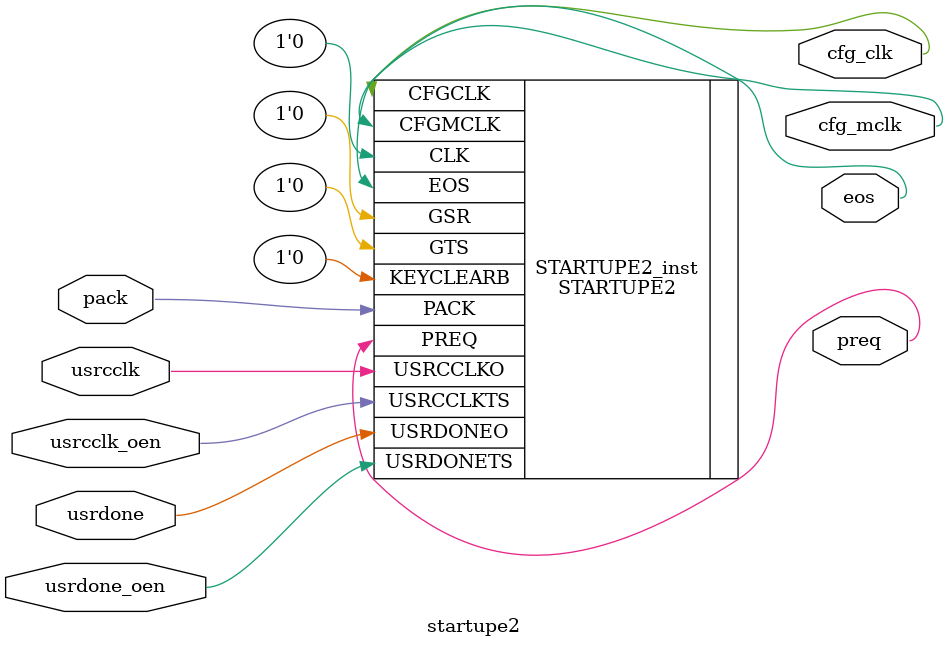
<source format=v>
`timescale 1ns / 1ps

module startupe2
(
   output cfg_clk,
   output cfg_mclk,
   output eos,
   output preq,
   input pack,
   input usrcclk,
   input usrcclk_oen,
   input usrdone,
   input usrdone_oen
);

STARTUPE2 #(
   .PROG_USR("FALSE"),  // Activate program event security feature. Requires encrypted bitstreams.
   .SIM_CCLK_FREQ(0.0)  // Set the Configuration Clock Frequency(ns) for simulation.
)
STARTUPE2_inst
(
   .CFGCLK(cfg_clk),          // 1-bit output: Configuration main clock output
   .CFGMCLK(cfg_mclk),        // 1-bit output: Configuration internal oscillator clock output
   .EOS(eos),                 // 1-bit output: Active high output signal indicating the End Of Startup.
   .PREQ(preq),               // 1-bit output: PROGRAM request to fabric output
   .CLK(1'b0),                // 1-bit input: User start-up clock input
   .GSR(1'b0),                // 1-bit input: Global Set/Reset input (GSR cannot be used for the port name)
   .GTS(1'b0),                // 1-bit input: Global 3-state input (GTS cannot be used for the port name)
   .KEYCLEARB(1'b0),          // 1-bit input: Clear AES Decrypter Key input from Battery-Backed RAM (BBRAM)
   .PACK(pack),               // 1-bit input: PROGRAM acknowledge input
   .USRCCLKO(usrcclk),        // 1-bit input: User CCLK input
   .USRCCLKTS(usrcclk_oen),   // 1-bit input: User CCLK 3-state enable input
   .USRDONEO(usrdone),        // 1-bit input: User DONE pin output control
   .USRDONETS(usrdone_oen)    // 1-bit input: User DONE 3-state enable output
);

endmodule
</source>
